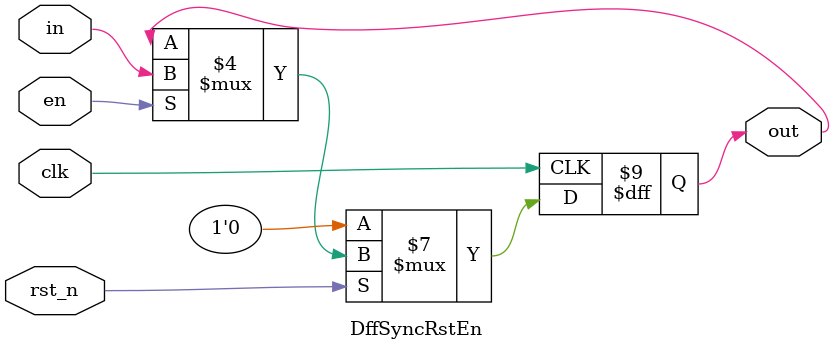
<source format=sv>
/* D type Flip Flop with Synchronous Reset and Enable.
 *
 * Author: Igor Lesik
 *
 * http://www.sunburst-design.com/papers/CummingsSNUG2003Boston_Resets.pdf
 *
 */
module DffSyncRstEn #(
    parameter WIDTH = 1
)(
    input  wire             clk,
    input  wire             rst_n,
    input  wire             en,
    input  wire [WIDTH-1:0] in,
    output reg  [WIDTH-1:0] out
);

`ifdef DARKC_FAST_DFF_SYNC_RST_EN
    // WARNING just an idea, need to test
    // WARNING: if en=X then rst_n does not reset FF (in simulation).
    wire [WIDTH-1:0] fin;
    NAND2#(WIDTH) mux_(
        .in1( ~(out & rst_n & ~en) ),
        .in2( ~(in  & rst_n &  en)),
        .out(fin)
    );
    Dff#(WIDTH) dff_(.clk(clk), .in(fin), .out(out));
`else
    always @(posedge clk)
        if (!rst_n)
            out[WIDTH-1:0] <= {WIDTH{1'b0}};
        else if (en)
            out[WIDTH-1:0] <= in[WIDTH-1:0];
        else
            out[WIDTH-1:0] <= out[WIDTH-1:0];
`endif

endmodule

</source>
